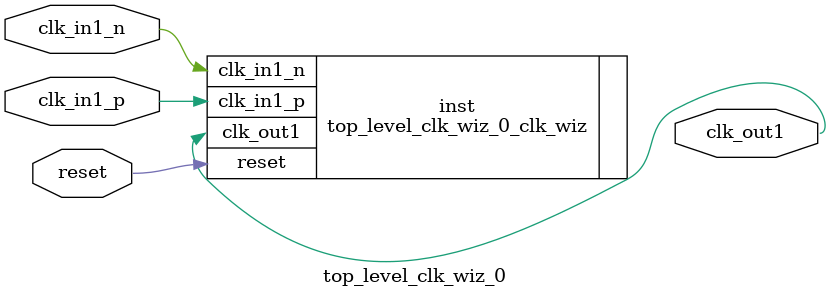
<source format=v>


`timescale 1ps/1ps

(* CORE_GENERATION_INFO = "top_level_clk_wiz_0,clk_wiz_v6_0_3_0_0,{component_name=top_level_clk_wiz_0,use_phase_alignment=false,use_min_o_jitter=false,use_max_i_jitter=false,use_dyn_phase_shift=false,use_inclk_switchover=false,use_dyn_reconfig=false,enable_axi=0,feedback_source=FDBK_AUTO,PRIMITIVE=MMCM,num_out_clk=1,clkin1_period=3.333,clkin2_period=10.0,use_power_down=false,use_reset=true,use_locked=false,use_inclk_stopped=false,feedback_type=SINGLE,CLOCK_MGR_TYPE=NA,manual_override=false}" *)

module top_level_clk_wiz_0 
 (
  // Clock out ports
  output        clk_out1,
  // Status and control signals
  input         reset,
 // Clock in ports
  input         clk_in1_p,
  input         clk_in1_n
 );

  top_level_clk_wiz_0_clk_wiz inst
  (
  // Clock out ports  
  .clk_out1(clk_out1),
  // Status and control signals               
  .reset(reset), 
 // Clock in ports
  .clk_in1_p(clk_in1_p),
  .clk_in1_n(clk_in1_n)
  );

endmodule

</source>
